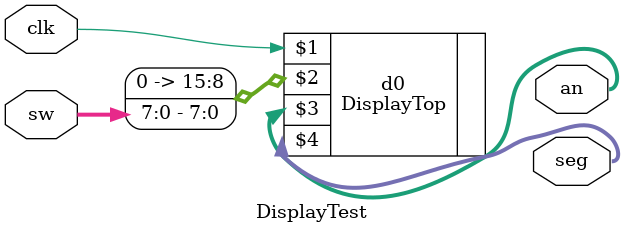
<source format=v>
`timescale 1ns / 1ps


module DisplayTest(
    input clk,
    input [7:0] sw,
    output [3:0] an,
    output [6:0] seg
    );
    
    DisplayTop d0 (clk, {8'b0, sw}, an, seg);
endmodule

</source>
